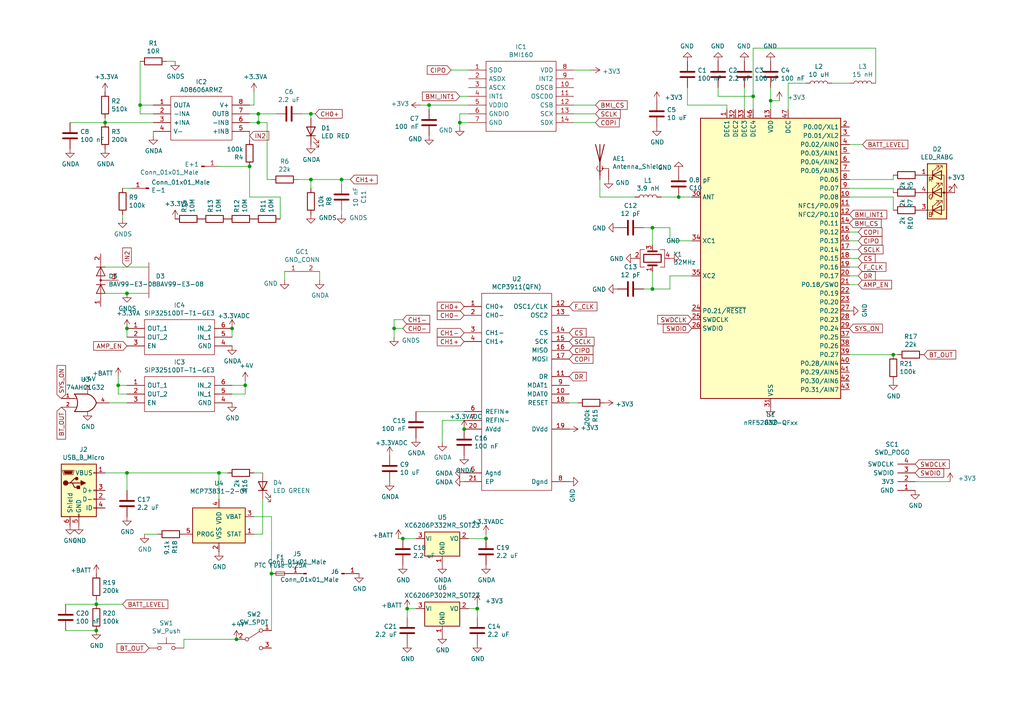
<source format=kicad_sch>
(kicad_sch (version 20211123) (generator eeschema)
  (paper "A4")
  (junction (at 72.39 48.26))
  (junction (at 74.93 35.56))
  (junction (at 90.17 33.02))
  (junction (at 27.94 175.26))
  (junction (at 90.17 52.07))
  (junction (at 138.43 176.53))
  (junction (at 63.5 137.16))
  (junction (at 114.3 95.25))
  (junction (at 36.83 85.09))
  (junction (at 40.64 30.48))
  (junction (at 118.11 176.53))
  (junction (at 27.94 182.88))
  (junction (at 223.52 29.21))
  (junction (at 124.46 30.48))
  (junction (at 67.31 95.25))
  (junction (at 74.93 33.02))
  (junction (at 134.62 124.46))
  (junction (at 30.48 35.56))
  (junction (at 36.83 95.25))
  (junction (at 189.23 83.82))
  (junction (at 259.08 102.87))
  (junction (at 189.23 66.04))
  (junction (at 116.84 156.21))
  (junction (at 218.44 27.94))
  (junction (at 71.12 111.76))
  (junction (at 99.06 52.07))
  (junction (at 78.74 166.37))
  (junction (at 140.97 156.21))
  (junction (at 34.29 111.76))
  (junction (at 68.58 185.42))
  (junction (at 196.85 57.15))
  (junction (at 36.83 137.16))
  (junction (at 133.35 35.56))
  (wire (pts (xy 38.1 54.61) (xy 35.56 54.61)))
  (wire (pts (xy 223.52 25.4) (xy 223.52 29.21)))
  (wire (pts (xy 40.64 30.48) (xy 44.45 30.48)))
  (wire (pts (xy 90.17 34.29) (xy 90.17 33.02)))
  (wire (pts (xy 135.89 176.53) (xy 138.43 176.53)))
  (wire (pts (xy 124.46 30.48) (xy 135.89 30.48)))
  (wire (pts (xy 29.21 85.09) (xy 36.83 85.09)))
  (wire (pts (xy 76.2 154.94) (xy 73.66 154.94)))
  (wire (pts (xy 259.08 54.61) (xy 259.08 55.88)))
  (wire (pts (xy 76.2 144.78) (xy 76.2 154.94)))
  (wire (pts (xy 78.74 149.86) (xy 78.74 166.37)))
  (wire (pts (xy 36.83 85.09) (xy 43.18 85.09)))
  (wire (pts (xy 138.43 176.53) (xy 138.43 175.26)))
  (wire (pts (xy 121.92 30.48) (xy 124.46 30.48)))
  (wire (pts (xy 196.85 57.15) (xy 200.66 57.15)))
  (wire (pts (xy 130.81 20.32) (xy 135.89 20.32)))
  (wire (pts (xy 82.55 78.74) (xy 82.55 81.28)))
  (wire (pts (xy 72.39 40.64) (xy 72.39 38.1)))
  (wire (pts (xy 199.39 25.4) (xy 199.39 30.48)))
  (wire (pts (xy 63.5 48.26) (xy 72.39 48.26)))
  (wire (pts (xy 67.31 114.3) (xy 71.12 114.3)))
  (wire (pts (xy 36.83 97.79) (xy 36.83 95.25)))
  (wire (pts (xy 48.26 17.78) (xy 50.8 17.78)))
  (wire (pts (xy 246.38 74.93) (xy 248.92 74.93)))
  (wire (pts (xy 30.48 35.56) (xy 44.45 35.56)))
  (wire (pts (xy 246.38 57.15) (xy 259.08 57.15)))
  (wire (pts (xy 34.29 114.3) (xy 34.29 111.76)))
  (wire (pts (xy 74.93 33.02) (xy 80.01 33.02)))
  (wire (pts (xy 20.32 35.56) (xy 30.48 35.56)))
  (wire (pts (xy 259.08 102.87) (xy 260.35 102.87)))
  (wire (pts (xy 114.3 95.25) (xy 114.3 92.71)))
  (wire (pts (xy 134.62 119.38) (xy 120.65 119.38)))
  (wire (pts (xy 120.65 156.21) (xy 116.84 156.21)))
  (wire (pts (xy 172.72 33.02) (xy 166.37 33.02)))
  (wire (pts (xy 226.06 29.21) (xy 223.52 29.21)))
  (wire (pts (xy 30.48 137.16) (xy 36.83 137.16)))
  (wire (pts (xy 246.38 54.61) (xy 259.08 54.61)))
  (wire (pts (xy 259.08 57.15) (xy 259.08 60.96)))
  (wire (pts (xy 72.39 35.56) (xy 74.93 35.56)))
  (wire (pts (xy 99.06 60.96) (xy 99.06 62.23)))
  (wire (pts (xy 124.46 31.75) (xy 124.46 30.48)))
  (wire (pts (xy 90.17 54.61) (xy 90.17 52.07)))
  (wire (pts (xy 29.21 77.47) (xy 43.18 77.47)))
  (wire (pts (xy 81.28 63.5) (xy 81.28 57.15)))
  (wire (pts (xy 246.38 77.47) (xy 248.92 77.47)))
  (wire (pts (xy 53.34 185.42) (xy 53.34 187.96)))
  (wire (pts (xy 40.64 33.02) (xy 40.64 30.48)))
  (wire (pts (xy 133.35 33.02) (xy 135.89 33.02)))
  (wire (pts (xy 31.75 116.84) (xy 36.83 116.84)))
  (wire (pts (xy 186.69 83.82) (xy 189.23 83.82)))
  (wire (pts (xy 134.62 121.92) (xy 128.27 121.92)))
  (wire (pts (xy 208.28 27.94) (xy 208.28 25.4)))
  (wire (pts (xy 72.39 57.15) (xy 72.39 48.26)))
  (wire (pts (xy 68.58 185.42) (xy 53.34 185.42)))
  (wire (pts (xy 246.38 102.87) (xy 259.08 102.87)))
  (wire (pts (xy 73.66 149.86) (xy 78.74 149.86)))
  (wire (pts (xy 189.23 66.04) (xy 189.23 71.12)))
  (wire (pts (xy 186.69 66.04) (xy 189.23 66.04)))
  (wire (pts (xy 194.31 69.85) (xy 200.66 69.85)))
  (wire (pts (xy 140.97 156.21) (xy 140.97 154.94)))
  (wire (pts (xy 210.82 30.48) (xy 210.82 31.75)))
  (wire (pts (xy 67.31 111.76) (xy 71.12 111.76)))
  (wire (pts (xy 19.05 182.88) (xy 27.94 182.88)))
  (wire (pts (xy 63.5 137.16) (xy 66.04 137.16)))
  (wire (pts (xy 135.89 35.56) (xy 133.35 35.56)))
  (wire (pts (xy 30.48 34.29) (xy 30.48 35.56)))
  (wire (pts (xy 135.89 27.94) (xy 133.35 27.94)))
  (wire (pts (xy 246.38 67.31) (xy 248.92 67.31)))
  (wire (pts (xy 228.6 24.13) (xy 233.68 24.13)))
  (wire (pts (xy 246.38 41.91) (xy 250.19 41.91)))
  (wire (pts (xy 90.17 33.02) (xy 91.44 33.02)))
  (wire (pts (xy 246.38 52.07) (xy 259.08 52.07)))
  (wire (pts (xy 218.44 13.97) (xy 254 13.97)))
  (wire (pts (xy 27.94 173.99) (xy 27.94 175.26)))
  (wire (pts (xy 189.23 83.82) (xy 194.31 83.82)))
  (wire (pts (xy 99.06 52.07) (xy 90.17 52.07)))
  (wire (pts (xy 173.99 57.15) (xy 173.99 52.07)))
  (wire (pts (xy 77.47 35.56) (xy 77.47 52.07)))
  (wire (pts (xy 44.45 33.02) (xy 40.64 33.02)))
  (wire (pts (xy 259.08 52.07) (xy 259.08 50.8)))
  (wire (pts (xy 78.74 166.37) (xy 78.74 182.88)))
  (wire (pts (xy 34.29 111.76) (xy 34.29 109.22)))
  (wire (pts (xy 218.44 31.75) (xy 218.44 27.94)))
  (wire (pts (xy 71.12 114.3) (xy 71.12 111.76)))
  (wire (pts (xy 223.52 29.21) (xy 223.52 31.75)))
  (wire (pts (xy 114.3 95.25) (xy 114.3 97.79)))
  (wire (pts (xy 36.83 137.16) (xy 63.5 137.16)))
  (wire (pts (xy 92.71 78.74) (xy 92.71 81.28)))
  (wire (pts (xy 191.77 57.15) (xy 196.85 57.15)))
  (wire (pts (xy 19.05 175.26) (xy 27.94 175.26)))
  (wire (pts (xy 44.45 38.1) (xy 44.45 39.37)))
  (wire (pts (xy 87.63 33.02) (xy 90.17 33.02)))
  (wire (pts (xy 128.27 121.92) (xy 128.27 128.27)))
  (wire (pts (xy 218.44 27.94) (xy 218.44 13.97)))
  (wire (pts (xy 116.84 156.21) (xy 115.57 156.21)))
  (wire (pts (xy 194.31 80.01) (xy 194.31 83.82)))
  (wire (pts (xy 173.99 57.15) (xy 184.15 57.15)))
  (wire (pts (xy 228.6 31.75) (xy 228.6 24.13)))
  (wire (pts (xy 27.94 175.26) (xy 35.56 175.26)))
  (wire (pts (xy 99.06 53.34) (xy 99.06 52.07)))
  (wire (pts (xy 40.64 17.78) (xy 40.64 30.48)))
  (wire (pts (xy 246.38 72.39) (xy 248.92 72.39)))
  (wire (pts (xy 166.37 20.32) (xy 171.45 20.32)))
  (wire (pts (xy 71.12 111.76) (xy 71.12 110.49)))
  (wire (pts (xy 86.36 52.07) (xy 90.17 52.07)))
  (wire (pts (xy 135.89 156.21) (xy 140.97 156.21)))
  (wire (pts (xy 81.28 57.15) (xy 72.39 57.15)))
  (wire (pts (xy 172.72 30.48) (xy 166.37 30.48)))
  (wire (pts (xy 246.38 82.55) (xy 248.92 82.55)))
  (wire (pts (xy 246.38 80.01) (xy 248.92 80.01)))
  (wire (pts (xy 67.31 97.79) (xy 67.31 95.25)))
  (wire (pts (xy 72.39 33.02) (xy 74.93 33.02)))
  (wire (pts (xy 199.39 30.48) (xy 210.82 30.48)))
  (wire (pts (xy 72.39 30.48) (xy 73.66 30.48)))
  (wire (pts (xy 63.5 137.16) (xy 63.5 144.78)))
  (wire (pts (xy 138.43 176.53) (xy 138.43 179.07)))
  (wire (pts (xy 114.3 92.71) (xy 116.84 92.71)))
  (wire (pts (xy 275.59 139.7) (xy 265.43 139.7)))
  (wire (pts (xy 200.66 80.01) (xy 194.31 80.01)))
  (wire (pts (xy 73.66 26.67) (xy 73.66 30.48)))
  (wire (pts (xy 101.6 52.07) (xy 99.06 52.07)))
  (wire (pts (xy 36.83 114.3) (xy 34.29 114.3)))
  (wire (pts (xy 246.38 69.85) (xy 248.92 69.85)))
  (wire (pts (xy 35.56 62.23) (xy 35.56 63.5)))
  (wire (pts (xy 36.83 111.76) (xy 34.29 111.76)))
  (wire (pts (xy 241.3 24.13) (xy 246.38 24.13)))
  (wire (pts (xy 133.35 35.56) (xy 133.35 33.02)))
  (wire (pts (xy 120.65 176.53) (xy 118.11 176.53)))
  (wire (pts (xy 36.83 142.24) (xy 36.83 137.16)))
  (wire (pts (xy 118.11 176.53) (xy 118.11 179.07)))
  (wire (pts (xy 194.31 66.04) (xy 194.31 69.85)))
  (wire (pts (xy 167.64 116.84) (xy 165.1 116.84)))
  (wire (pts (xy 189.23 78.74) (xy 189.23 83.82)))
  (wire (pts (xy 74.93 35.56) (xy 74.93 33.02)))
  (wire (pts (xy 189.23 66.04) (xy 194.31 66.04)))
  (wire (pts (xy 208.28 27.94) (xy 218.44 27.94)))
  (wire (pts (xy 45.72 154.94) (xy 41.91 154.94)))
  (wire (pts (xy 116.84 95.25) (xy 114.3 95.25)))
  (wire (pts (xy 77.47 52.07) (xy 78.74 52.07)))
  (wire (pts (xy 172.72 35.56) (xy 166.37 35.56)))
  (wire (pts (xy 133.35 36.83) (xy 133.35 35.56)))
  (wire (pts (xy 73.66 137.16) (xy 76.2 137.16)))
  (wire (pts (xy 215.9 25.4) (xy 215.9 31.75)))
  (wire (pts (xy 254 13.97) (xy 254 24.13)))
  (wire (pts (xy 74.93 35.56) (xy 77.47 35.56)))
  (global_label "COPI" (shape input) (at 165.1 104.14 0) (property "Intersheet References" "${INTERSHEET_REFS}" (effects hide)))
  (global_label "F_CLK" (shape input) (at 165.1 88.9 0) (property "Intersheet References" "${INTERSHEET_REFS}" (effects hide)))
  (global_label "SYS_ON" (shape input) (at 17.78 115.57 90) (property "Intersheet References" "${INTERSHEET_REFS}" (effects hide)))
  (global_label "F_CLK" (shape input) (at 248.92 77.47 0) (property "Intersheet References" "${INTERSHEET_REFS}" (effects hide)))
  (global_label "BT_OUT" (shape input) (at 17.78 118.11 270) (property "Intersheet References" "${INTERSHEET_REFS}" (effects hide)))
  (global_label "COPI" (shape input) (at 172.72 35.56 0) (property "Intersheet References" "${INTERSHEET_REFS}" (effects hide)))
  (global_label "CH1-" (shape input) (at 134.62 96.52 180) (property "Intersheet References" "${INTERSHEET_REFS}" (effects hide)))
  (global_label "CH1+" (shape input) (at 101.6 52.07 0) (property "Intersheet References" "${INTERSHEET_REFS}" (effects hide)))
  (global_label "DR" (shape input) (at 165.1 109.22 0) (property "Intersheet References" "${INTERSHEET_REFS}" (effects hide)))
  (global_label "CH1+" (shape input) (at 134.62 99.06 180) (property "Intersheet References" "${INTERSHEET_REFS}" (effects hide)))
  (global_label "IN2" (shape input) (at 36.83 77.47 90) (property "Intersheet References" "${INTERSHEET_REFS}" (effects hide)))
  (global_label "BATT_LEVEL" (shape input) (at 35.56 175.26 0) (property "Intersheet References" "${INTERSHEET_REFS}" (effects hide)))
  (global_label "CS" (shape input) (at 165.1 96.52 0) (property "Intersheet References" "${INTERSHEET_REFS}" (effects hide)))
  (global_label "SWDIO" (shape input) (at 265.43 137.16 0) (property "Intersheet References" "${INTERSHEET_REFS}" (effects hide)))
  (global_label "SCLK" (shape input) (at 248.92 72.39 0) (property "Intersheet References" "${INTERSHEET_REFS}" (effects hide)))
  (global_label "SCLK" (shape input) (at 172.72 33.02 0) (property "Intersheet References" "${INTERSHEET_REFS}" (effects hide)))
  (global_label "CH0+" (shape input) (at 134.62 88.9 180) (property "Intersheet References" "${INTERSHEET_REFS}" (effects hide)))
  (global_label "SWDIO" (shape input) (at 200.66 95.25 180) (property "Intersheet References" "${INTERSHEET_REFS}" (effects hide)))
  (global_label "BMI_INT1" (shape input) (at 133.35 27.94 180) (property "Intersheet References" "${INTERSHEET_REFS}" (effects hide)))
  (global_label "CH0-" (shape input) (at 134.62 91.44 180) (property "Intersheet References" "${INTERSHEET_REFS}" (effects hide)))
  (global_label "BATT_LEVEL" (shape input) (at 250.19 41.91 0) (property "Intersheet References" "${INTERSHEET_REFS}" (effects hide)))
  (global_label "BMI_CS" (shape input) (at 246.38 64.77 0) (property "Intersheet References" "${INTERSHEET_REFS}" (effects hide)))
  (global_label "CIPO" (shape input) (at 248.92 69.85 0) (property "Intersheet References" "${INTERSHEET_REFS}" (effects hide)))
  (global_label "DR" (shape input) (at 248.92 80.01 0) (property "Intersheet References" "${INTERSHEET_REFS}" (effects hide)))
  (global_label "BMI_INT1" (shape input) (at 246.38 62.23 0) (property "Intersheet References" "${INTERSHEET_REFS}" (effects hide)))
  (global_label "COPI" (shape input) (at 248.92 67.31 0) (property "Intersheet References" "${INTERSHEET_REFS}" (effects hide)))
  (global_label "CIPO" (shape input) (at 165.1 101.6 0) (property "Intersheet References" "${INTERSHEET_REFS}" (effects hide)))
  (global_label "CS" (shape input) (at 248.92 74.93 0) (property "Intersheet References" "${INTERSHEET_REFS}" (effects hide)))
  (global_label "CH0-" (shape input) (at 116.84 95.25 0) (property "Intersheet References" "${INTERSHEET_REFS}" (effects hide)))
  (global_label "IN2" (shape input) (at 72.39 39.37 0) (property "Intersheet References" "${INTERSHEET_REFS}" (effects hide)))
  (global_label "SWDCLK" (shape input) (at 200.66 92.71 180) (property "Intersheet References" "${INTERSHEET_REFS}" (effects hide)))
  (global_label "BT_OUT" (shape input) (at 43.18 187.96 180) (property "Intersheet References" "${INTERSHEET_REFS}" (effects hide)))
  (global_label "SWDCLK" (shape input) (at 265.43 134.62 0) (property "Intersheet References" "${INTERSHEET_REFS}" (effects hide)))
  (global_label "CH0+" (shape input) (at 91.44 33.02 0) (property "Intersheet References" "${INTERSHEET_REFS}" (effects hide)))
  (global_label "AMP_EN" (shape input) (at 248.92 82.55 0) (property "Intersheet References" "${INTERSHEET_REFS}" (effects hide)))
  (global_label "CH1-" (shape input) (at 116.84 92.71 0) (property "Intersheet References" "${INTERSHEET_REFS}" (effects hide)))
  (global_label "SCLK" (shape input) (at 165.1 99.06 0) (property "Intersheet References" "${INTERSHEET_REFS}" (effects hide)))
  (global_label "AMP_EN" (shape input) (at 36.83 100.33 180) (property "Intersheet References" "${INTERSHEET_REFS}" (effects hide)))
  (global_label "BT_OUT" (shape input) (at 267.97 102.87 0) (property "Intersheet References" "${INTERSHEET_REFS}" (effects hide)))
  (global_label "CIPO" (shape input) (at 130.81 20.32 180) (property "Intersheet References" "${INTERSHEET_REFS}" (effects hide)))
  (global_label "SYS_ON" (shape input) (at 246.38 95.25 0) (property "Intersheet References" "${INTERSHEET_REFS}" (effects hide)))
  (global_label "BMI_CS" (shape input) (at 172.72 30.48 0) (property "Intersheet References" "${INTERSHEET_REFS}" (effects hide)))
  (symbol (lib_id "ultimate_library:nRF52832-QFxx") (at 223.52 74.93 0) (unit 1)
    (property "Reference" "U1" (at 223.52 120.2944 0))
    (property "Value" "nRF52832-QFxx" (at 223.52 122.6058 0))
    (property "Footprint" "ultimate_library:QFN-48-1EP_6x6mm_Pitch0.4mm" (effects hide))
    (property "Datasheet" "http://infocenter.nordicsemi.com/pdf/nRF52832_PS_v1.4.pdf" (effects hide))
  )
  (symbol (lib_id "ultimate_library:MCP1703A-3302_SOT23-Regulator_Linear") (at 128.27 176.53 0) (unit 1)
    (property "Reference" "U6" (at 128.27 170.3832 0))
    (property "Value" "XC6206P302MR_SOT23" (at 128.27 172.6946 0))
    (property "Footprint" "Package_TO_SOT_SMD:SOT-23" (effects hide))
    (property "Datasheet" "http://ww1.microchip.com/downloads/en/DeviceDoc/20005122B.pdf" (effects hide))
  )
  (symbol (lib_id "Device:C") (at 208.28 21.59 180) (unit 1)
    (property "Reference" "C2" (at 211.201 20.4216 0) (effects (justify right)))
    (property "Value" "2.2 uF" (at 211.201 22.733 0) (effects (justify right)))
    (property "Footprint" "Capacitor_SMD:C_0402_1005Metric" (effects hide))
  )
  (symbol (lib_id "Device:C") (at 215.9 21.59 180) (unit 1)
    (property "Reference" "C3" (at 218.821 20.4216 0) (effects (justify right)))
    (property "Value" "100 pF" (at 218.821 22.733 0) (effects (justify right)))
    (property "Footprint" "Capacitor_SMD:C_0402_1005Metric" (effects hide))
  )
  (symbol (lib_id "Device:C") (at 223.52 21.59 180) (unit 1)
    (property "Reference" "C4" (at 226.441 20.4216 0) (effects (justify right)))
    (property "Value" "100 nF" (at 226.441 22.733 0) (effects (justify right)))
    (property "Footprint" "Capacitor_SMD:C_0402_1005Metric" (effects hide))
  )
  (symbol (lib_id "Device:C") (at 199.39 21.59 180) (unit 1)
    (property "Reference" "C1" (at 202.311 20.4216 0) (effects (justify right)))
    (property "Value" "100 nF" (at 202.311 22.733 0) (effects (justify right)))
    (property "Footprint" "Capacitor_SMD:C_0402_1005Metric" (effects hide))
  )
  (symbol (lib_id "power:+3.3V") (at 138.43 175.26 0) (unit 1)
    (property "Reference" "#PWR061" (effects hide))
    (property "Value" "+3.3V" (at 140.6652 174.3202 0) (effects (justify left)))
  )
  (symbol (lib_id "Device:C") (at 118.11 182.88 180) (unit 1)
    (property "Reference" "C21" (at 115.2144 181.7116 0) (effects (justify left)))
    (property "Value" "2.2 uF" (at 115.2144 184.023 0) (effects (justify left)))
    (property "Footprint" "Capacitor_SMD:C_0402_1005Metric" (effects hide))
  )
  (symbol (lib_id "Device:C") (at 138.43 182.88 180) (unit 1)
    (property "Reference" "C14" (at 141.351 181.7116 0) (effects (justify right)))
    (property "Value" "2.2 uF" (at 141.351 184.023 0) (effects (justify right)))
    (property "Footprint" "Capacitor_SMD:C_0402_1005Metric" (effects hide))
  )
  (symbol (lib_id "Device:C") (at 182.88 66.04 90) (unit 1)
    (property "Reference" "C12" (at 182.88 59.6392 90))
    (property "Value" "12 pF" (at 182.88 61.9506 90))
    (property "Footprint" "Capacitor_SMD:C_0402_1005Metric" (effects hide))
  )
  (symbol (lib_id "Device:C") (at 182.88 83.82 90) (unit 1)
    (property "Reference" "C13" (at 182.88 77.4192 90))
    (property "Value" "12 pF" (at 182.88 79.7306 90))
    (property "Footprint" "Capacitor_SMD:C_0402_1005Metric" (effects hide))
  )
  (symbol (lib_id "power:GND") (at 223.52 118.11 0) (unit 1)
    (property "Reference" "#PWR036" (effects hide))
    (property "Value" "GND" (at 223.647 122.5042 0))
  )
  (symbol (lib_id "power:GND") (at 179.07 83.82 270) (unit 1)
    (property "Reference" "#PWR028" (effects hide))
    (property "Value" "GND" (at 175.8188 83.947 90) (effects (justify right)))
  )
  (symbol (lib_id "power:GND") (at 179.07 66.04 270) (unit 1)
    (property "Reference" "#PWR024" (effects hide))
    (property "Value" "GND" (at 175.8188 66.167 90) (effects (justify right)))
  )
  (symbol (lib_id "power:GND") (at 199.39 17.78 180) (unit 1)
    (property "Reference" "#PWR02" (effects hide))
    (property "Value" "GND" (at 199.263 13.3858 0))
  )
  (symbol (lib_id "power:GND") (at 208.28 17.78 180) (unit 1)
    (property "Reference" "#PWR03" (effects hide))
    (property "Value" "GND" (at 208.153 13.3858 0))
  )
  (symbol (lib_id "power:GND") (at 215.9 17.78 180) (unit 1)
    (property "Reference" "#PWR04" (effects hide))
    (property "Value" "GND" (at 215.773 13.3858 0))
  )
  (symbol (lib_id "power:GND") (at 223.52 17.78 180) (unit 1)
    (property "Reference" "#PWR05" (effects hide))
    (property "Value" "GND" (at 223.393 13.3858 0))
  )
  (symbol (lib_id "power:GND") (at 184.15 74.93 270) (unit 1)
    (property "Reference" "#PWR026" (effects hide))
    (property "Value" "GND" (at 180.8988 75.057 90) (effects (justify right)))
  )
  (symbol (lib_id "power:GND") (at 194.31 74.93 90) (unit 1)
    (property "Reference" "#PWR027" (effects hide))
    (property "Value" "GND" (at 195.2498 69.85 90))
  )
  (symbol (lib_id "Device:Crystal_GND24") (at 189.23 74.93 90) (unit 1)
    (property "Reference" "Y1" (at 195.3514 73.7616 90) (effects (justify right)))
    (property "Value" "32MHz" (at 195.3514 76.073 90) (effects (justify right)))
    (property "Footprint" "Crystal:Crystal_SMD_2016-4Pin_2.0x1.6mm" (effects hide))
  )
  (symbol (lib_id "Device:C") (at 196.85 53.34 0) (mirror x) (unit 1)
    (property "Reference" "C10" (at 199.771 54.5084 0) (effects (justify left)))
    (property "Value" "0.8 pF" (at 199.771 52.197 0) (effects (justify left)))
    (property "Footprint" "Capacitor_SMD:C_0402_1005Metric" (effects hide))
  )
  (symbol (lib_id "Device:L") (at 187.96 57.15 90) (unit 1)
    (property "Reference" "L1" (at 187.96 52.324 90))
    (property "Value" "3.9 nH" (at 187.96 54.6354 90))
    (property "Footprint" "Inductor_SMD:L_0402_1005Metric" (effects hide))
  )
  (symbol (lib_id "power:GND") (at 196.85 49.53 0) (mirror x) (unit 1)
    (property "Reference" "#PWR019" (effects hide))
    (property "Value" "GND" (at 194.8688 48.5902 0) (effects (justify right)))
  )
  (symbol (lib_id "power:GND") (at 118.11 186.69 0) (unit 1)
    (property "Reference" "#PWR066" (effects hide))
    (property "Value" "GND" (at 118.237 191.0842 0))
  )
  (symbol (lib_id "power:GND") (at 138.43 186.69 0) (unit 1)
    (property "Reference" "#PWR067" (effects hide))
    (property "Value" "GND" (at 138.557 191.0842 0))
  )
  (symbol (lib_id "power:+BATT") (at 118.11 176.53 0) (unit 1)
    (property "Reference" "#PWR062" (effects hide))
    (property "Value" "+BATT" (at 116.6622 175.5902 0) (effects (justify right)))
  )
  (symbol (lib_id "power:GND") (at 128.27 184.15 0) (unit 1)
    (property "Reference" "#PWR064" (effects hide))
    (property "Value" "GND" (at 128.397 188.5442 0))
  )
  (symbol (lib_id "Device:R") (at 262.89 50.8 270) (unit 1)
    (property "Reference" "R5" (at 264.0584 52.578 0) (effects (justify left)))
    (property "Value" "2k" (at 261.747 52.578 0) (effects (justify left)))
    (property "Footprint" "Resistor_SMD:R_0402_1005Metric" (effects hide))
  )
  (symbol (lib_id "power:GND") (at 165.1 139.7 90) (unit 1)
    (property "Reference" "#PWR046" (effects hide))
    (property "Value" "GND" (at 166.0398 141.6812 0) (effects (justify right)))
  )
  (symbol (lib_id "power:GNDA") (at 134.62 137.16 270) (unit 1)
    (property "Reference" "#PWR044" (effects hide))
    (property "Value" "GNDA" (at 131.3942 137.287 90) (effects (justify right)))
  )
  (symbol (lib_id "ultimate_library:MCP1703A-3302_SOT23-Regulator_Linear") (at 128.27 156.21 0) (unit 1)
    (property "Reference" "U5" (at 128.27 150.0632 0))
    (property "Value" "XC6206P332MR_SOT23" (at 128.27 152.3746 0))
    (property "Footprint" "Package_TO_SOT_SMD:SOT-23" (effects hide))
    (property "Datasheet" "http://ww1.microchip.com/downloads/en/DeviceDoc/20005122B.pdf" (effects hide))
  )
  (symbol (lib_id "power:GNDA") (at 128.27 163.83 0) (unit 1)
    (property "Reference" "#PWR057" (effects hide))
    (property "Value" "GNDA" (at 128.397 168.2242 0))
  )
  (symbol (lib_id "power:GNDA") (at 140.97 163.83 0) (unit 1)
    (property "Reference" "#PWR058" (effects hide))
    (property "Value" "GNDA" (at 141.097 168.2242 0))
  )
  (symbol (lib_id "Device:C") (at 140.97 160.02 180) (unit 1)
    (property "Reference" "C19" (at 143.891 158.8516 0) (effects (justify right)))
    (property "Value" "2.2 uF" (at 143.891 161.163 0) (effects (justify right)))
    (property "Footprint" "Capacitor_SMD:C_0402_1005Metric" (effects hide))
  )
  (symbol (lib_id "Device:R") (at 35.56 58.42 180) (unit 1)
    (property "Reference" "R9" (at 37.338 57.2516 0) (effects (justify right)))
    (property "Value" "100k" (at 37.338 59.563 0) (effects (justify right)))
    (property "Footprint" "Resistor_SMD:R_0402_1005Metric" (effects hide))
  )
  (symbol (lib_id "Device:C") (at 116.84 160.02 180) (unit 1)
    (property "Reference" "C18" (at 119.761 158.8516 0) (effects (justify right)))
    (property "Value" "2.2 uF" (at 119.761 161.163 0) (effects (justify right)))
    (property "Footprint" "Capacitor_SMD:C_0402_1005Metric" (effects hide))
  )
  (symbol (lib_id "power:GND") (at 116.84 163.83 0) (unit 1)
    (property "Reference" "#PWR056" (effects hide))
    (property "Value" "GND" (at 116.967 168.2242 0))
  )
  (symbol (lib_id "Device:C") (at 120.65 123.19 180) (unit 1)
    (property "Reference" "C15" (at 117.729 122.0216 0) (effects (justify left)))
    (property "Value" "100 nF" (at 117.729 124.333 0) (effects (justify left)))
    (property "Footprint" "Capacitor_SMD:C_0402_1005Metric" (effects hide))
  )
  (symbol (lib_id "power:GNDA") (at 120.65 127 0) (unit 1)
    (property "Reference" "#PWR040" (effects hide))
    (property "Value" "GNDA" (at 120.777 131.3942 0))
  )
  (symbol (lib_id "power:GNDS") (at 50.8 17.78 0) (unit 1)
    (property "Reference" "#PWR01" (effects hide))
    (property "Value" "GNDS" (at 50.927 22.1742 0))
  )
  (symbol (lib_id "Device:R") (at 44.45 17.78 270) (unit 1)
    (property "Reference" "R1" (at 44.45 12.5222 90))
    (property "Value" "10R" (at 44.45 14.8336 90))
    (property "Footprint" "Resistor_SMD:R_0402_1005Metric" (effects hide))
  )
  (symbol (lib_id "Device:R") (at 30.48 30.48 180) (unit 1)
    (property "Reference" "R2" (at 32.258 29.3116 0) (effects (justify right)))
    (property "Value" "510k" (at 32.258 31.623 0) (effects (justify right)))
    (property "Footprint" "Resistor_SMD:R_0402_1005Metric" (effects hide))
  )
  (symbol (lib_id "Switch:SW_SPDT") (at 73.66 185.42 0) (unit 1)
    (property "Reference" "SW2" (at 73.66 178.181 0))
    (property "Value" "SW_SPDT" (at 73.66 180.4924 0))
    (property "Footprint" "Button_Switch_SMD:SW_SPDT_PCM12" (effects hide))
  )
  (symbol (lib_id "Device:R") (at 30.48 39.37 180) (unit 1)
    (property "Reference" "R3" (at 32.258 38.2016 0) (effects (justify right)))
    (property "Value" "200k" (at 32.258 40.513 0) (effects (justify right)))
    (property "Footprint" "Resistor_SMD:R_0402_1005Metric" (effects hide))
  )
  (symbol (lib_id "Device:C") (at 20.32 39.37 180) (unit 1)
    (property "Reference" "C8" (at 23.241 38.2016 0) (effects (justify right)))
    (property "Value" "100 nF" (at 23.241 40.513 0) (effects (justify right)))
    (property "Footprint" "Capacitor_SMD:C_0402_1005Metric" (effects hide))
  )
  (symbol (lib_id "power:+3.3VA") (at 30.48 26.67 0) (unit 1)
    (property "Reference" "#PWR08" (effects hide))
    (property "Value" "+3.3VA" (at 30.861 22.2758 0))
  )
  (symbol (lib_id "Device:R") (at 27.94 179.07 0) (unit 1)
    (property "Reference" "R20" (at 29.718 177.9016 0) (effects (justify left)))
    (property "Value" "100k" (at 29.718 180.213 0) (effects (justify left)))
    (property "Footprint" "Resistor_SMD:R_0402_1005Metric" (effects hide))
  )
  (symbol (lib_id "Device:R") (at 27.94 170.18 0) (unit 1)
    (property "Reference" "R19" (at 29.718 169.0116 0) (effects (justify left)))
    (property "Value" "200k" (at 29.718 171.323 0) (effects (justify left)))
    (property "Footprint" "Resistor_SMD:R_0402_1005Metric" (effects hide))
  )
  (symbol (lib_id "power:+BATT") (at 27.94 166.37 0) (unit 1)
    (property "Reference" "#PWR059" (effects hide))
    (property "Value" "+BATT" (at 26.4922 165.4302 0) (effects (justify right)))
  )
  (symbol (lib_id "Device:C") (at 83.82 33.02 90) (unit 1)
    (property "Reference" "C6" (at 83.82 26.6192 90))
    (property "Value" "2.2 uF" (at 83.82 28.9306 90))
    (property "Footprint" "Capacitor_SMD:C_0402_1005Metric" (effects hide))
  )
  (symbol (lib_id "Device:C") (at 19.05 179.07 180) (unit 1)
    (property "Reference" "C20" (at 21.971 177.9016 0) (effects (justify right)))
    (property "Value" "100 nF" (at 21.971 180.213 0) (effects (justify right)))
    (property "Footprint" "Capacitor_SMD:C_0402_1005Metric" (effects hide))
  )
  (symbol (lib_id "power:+3.3VA") (at 73.66 26.67 0) (unit 1)
    (property "Reference" "#PWR09" (effects hide))
    (property "Value" "+3.3VA" (at 74.041 22.2758 0))
  )
  (symbol (lib_id "power:GNDA") (at 44.45 39.37 0) (unit 1)
    (property "Reference" "#PWR013" (effects hide))
    (property "Value" "GNDA" (at 44.577 43.7642 0))
  )
  (symbol (lib_id "power:GNDA") (at 30.48 43.18 0) (unit 1)
    (property "Reference" "#PWR017" (effects hide))
    (property "Value" "GNDA" (at 30.607 47.5742 0))
  )
  (symbol (lib_id "power:GNDA") (at 20.32 43.18 0) (unit 1)
    (property "Reference" "#PWR016" (effects hide))
    (property "Value" "GNDA" (at 20.447 47.5742 0))
  )
  (symbol (lib_id "power:GND") (at 27.94 182.88 0) (unit 1)
    (property "Reference" "#PWR063" (effects hide))
    (property "Value" "GND" (at 28.067 187.2742 0))
  )
  (symbol (lib_id "power:GND") (at 133.35 36.83 0) (unit 1)
    (property "Reference" "#PWR012" (effects hide))
    (property "Value" "GND" (at 131.3688 37.7698 0) (effects (justify right)))
  )
  (symbol (lib_id "power:GND") (at 265.43 142.24 0) (unit 1)
    (property "Reference" "#PWR047" (effects hide))
    (property "Value" "GND" (at 265.557 146.6342 0))
  )
  (symbol (lib_id "power:+3.3V") (at 275.59 139.7 0) (unit 1)
    (property "Reference" "#PWR043" (effects hide))
    (property "Value" "+3.3V" (at 277.8252 138.7602 0) (effects (justify left)))
  )
  (symbol (lib_id "power:GNDS") (at 114.3 97.79 0) (unit 1)
    (property "Reference" "#PWR029" (effects hide))
    (property "Value" "GNDS" (at 116.5352 98.7298 0) (effects (justify left)))
  )
  (symbol (lib_id "Device:R") (at 262.89 55.88 270) (unit 1)
    (property "Reference" "R7" (at 264.0584 57.658 0) (effects (justify left)))
    (property "Value" "2k" (at 261.747 57.658 0) (effects (justify left)))
    (property "Footprint" "Resistor_SMD:R_0402_1005Metric" (effects hide))
  )
  (symbol (lib_id "Device:R") (at 262.89 60.96 270) (unit 1)
    (property "Reference" "R10" (at 264.0584 62.738 0) (effects (justify left)))
    (property "Value" "2k" (at 261.747 62.738 0) (effects (justify left)))
    (property "Footprint" "Resistor_SMD:R_0402_1005Metric" (effects hide))
  )
  (symbol (lib_id "power:+3.3V") (at 121.92 30.48 90) (unit 1)
    (property "Reference" "#PWR011" (effects hide))
    (property "Value" "+3.3V" (at 118.6688 30.099 90) (effects (justify left)))
  )
  (symbol (lib_id "power:+3.3V") (at 276.86 55.88 0) (unit 1)
    (property "Reference" "#PWR020" (effects hide))
    (property "Value" "+3.3V" (at 277.241 51.4858 0))
  )
  (symbol (lib_id "power:GNDS") (at 35.56 63.5 0) (unit 1)
    (property "Reference" "#PWR023" (effects hide))
    (property "Value" "GNDS" (at 35.687 67.8942 0))
  )
  (symbol (lib_id "Device:R") (at 171.45 116.84 90) (unit 1)
    (property "Reference" "R15" (at 172.6184 118.618 0) (effects (justify right)))
    (property "Value" "200k" (at 170.307 118.618 0) (effects (justify right)))
    (property "Footprint" "Resistor_SMD:R_0402_1005Metric" (effects hide))
  )
  (symbol (lib_id "power:+3.3V") (at 175.26 116.84 270) (unit 1)
    (property "Reference" "#PWR034" (effects hide))
    (property "Value" "+3.3V" (at 178.5112 117.221 90) (effects (justify left)))
  )
  (symbol (lib_id "Connector:Conn_01x01_Male") (at 88.9 166.37 180) (unit 1)
    (property "Reference" "J5" (at 86.1822 160.655 0))
    (property "Value" "Conn_01x01_Male" (at 86.1822 162.9664 0))
    (property "Footprint" "Pin_Headers:Pin_Header_Straight_1x01_Pitch2.54mm" (effects hide))
  )
  (symbol (lib_id "Switch:SW_Push") (at 48.26 187.96 0) (unit 1)
    (property "Reference" "SW1" (at 48.26 180.721 0))
    (property "Value" "SW_Push" (at 48.26 183.0324 0))
    (property "Footprint" "ultimate_library:BTN_HY_1185" (effects hide))
  )
  (symbol (lib_id "Connector:Conn_01x01_Male") (at 58.42 48.26 0) (unit 1)
    (property "Reference" "E+1" (at 57.7088 47.6758 0) (effects (justify right)))
    (property "Value" "Conn_01x01_Male" (at 57.7088 49.9872 0) (effects (justify right)))
    (property "Footprint" "Connector_PinHeader_2.54mm:PinHeader_1x01_P2.54mm_Vertical" (effects hide))
  )
  (symbol (lib_id "Connector:Conn_01x01_Male") (at 43.18 54.61 180) (unit 1)
    (property "Reference" "E-1" (at 43.8912 55.1942 0) (effects (justify right)))
    (property "Value" "Conn_01x01_Male" (at 43.8912 52.8828 0) (effects (justify right)))
    (property "Footprint" "Connector_PinHeader_2.54mm:PinHeader_1x01_P2.54mm_Vertical" (effects hide))
  )
  (symbol (lib_id "power:+3.3V") (at 226.06 29.21 0) (unit 1)
    (property "Reference" "#PWR010" (effects hide))
    (property "Value" "+3.3V" (at 228.2952 28.2702 0) (effects (justify left)))
  )
  (symbol (lib_id "power:+BATT") (at 34.29 109.22 0) (unit 1)
    (property "Reference" "#PWR065" (effects hide))
    (property "Value" "+BATT" (at 32.8422 108.2802 0) (effects (justify right)))
  )
  (symbol (lib_id "Connector:USB_B_Micro") (at 22.86 142.24 0) (unit 1)
    (property "Reference" "J2" (at 24.257 130.3782 0))
    (property "Value" "USB_B_Micro" (at 24.257 132.6896 0))
    (property "Footprint" "ultimate_library:conn_usb_B_micro_smd_our" (effects hide))
  )
  (symbol (lib_id "power:GND") (at 22.86 152.4 0) (unit 1)
    (property "Reference" "#PWR050" (effects hide))
    (property "Value" "GND" (at 22.987 156.7942 0))
  )
  (symbol (lib_id "power:GND") (at 20.32 152.4 0) (unit 1)
    (property "Reference" "#PWR049" (effects hide))
    (property "Value" "GND" (at 20.447 156.7942 0))
  )
  (symbol (lib_id "power:GND") (at 41.91 154.94 0) (unit 1)
    (property "Reference" "#PWR051" (effects hide))
    (property "Value" "GND" (at 42.037 159.3342 0))
  )
  (symbol (lib_id "power:GND") (at 63.5 160.02 0) (unit 1)
    (property "Reference" "#PWR055" (effects hide))
    (property "Value" "GND" (at 63.627 164.4142 0))
  )
  (symbol (lib_id "Connector:Conn_01x01_Male") (at 99.06 166.37 0) (unit 1)
    (property "Reference" "J6" (at 98.3488 165.7858 0) (effects (justify right)))
    (property "Value" "Conn_01x01_Male" (at 98.3488 168.0972 0) (effects (justify right)))
    (property "Footprint" "Connector_PinHeader_2.54mm:PinHeader_1x01_P2.54mm_Vertical" (effects hide))
  )
  (symbol (lib_id "power:GND") (at 104.14 166.37 0) (unit 1)
    (property "Reference" "#PWR060" (effects hide))
    (property "Value" "GND" (at 104.267 170.7642 0))
  )
  (symbol (lib_id "ultimate_library:SIP32509DT-T1-GE3-SIP32509DT-T1-GE3") (at 36.83 111.76 0) (unit 1)
    (property "Reference" "IC3" (at 52.07 105.029 0))
    (property "Value" "SIP32510DT-T1-GE3" (at 52.07 107.3404 0))
    (property "Footprint" "Package_TO_SOT_SMD:TSOT-23-6" (effects hide))
    (property "Datasheet" "http://www.mouser.com/datasheet/2/427/sip32508-469358.pdf" (effects hide))
    (property "Description" "Power Switch ICs - Power Distribution 1.1V to 5.5V Slew Rt 3A Cntrld Load Swtch" (effects hide))
    (property "Height" "1.1" (effects hide))
    (property "Manufacturer_Name" "Vishay" (effects hide))
    (property "Manufacturer_Part_Number" "SIP32509DT-T1-GE3" (effects hide))
  )
  (symbol (lib_id "power:GND") (at 67.31 116.84 0) (unit 1)
    (property "Reference" "#PWR037" (effects hide))
    (property "Value" "GND" (at 67.437 121.2342 0))
  )
  (symbol (lib_id "Device:LED") (at 90.17 38.1 90) (unit 1)
    (property "Reference" "D1" (at 93.1418 37.1348 90) (effects (justify right)))
    (property "Value" "LED RED" (at 93.1418 39.4462 90) (effects (justify right)))
    (property "Footprint" "LED_SMD:LED_0603_1608Metric" (effects hide))
  )
  (symbol (lib_id "power:GNDA") (at 90.17 41.91 0) (unit 1)
    (property "Reference" "#PWR015" (effects hide))
    (property "Value" "GNDA" (at 90.297 46.3042 0))
  )
  (symbol (lib_id "power:+3.3V") (at 171.45 20.32 270) (unit 1)
    (property "Reference" "#PWR07" (effects hide))
    (property "Value" "+3.3V" (at 174.7012 20.701 90) (effects (justify left)))
  )
  (symbol (lib_id "Device:C") (at 124.46 35.56 180) (unit 1)
    (property "Reference" "C7" (at 121.539 34.3916 0) (effects (justify left)))
    (property "Value" "100 nF" (at 121.539 36.703 0) (effects (justify left)))
    (property "Footprint" "Capacitor_SMD:C_0402_1005Metric" (effects hide))
  )
  (symbol (lib_id "power:GND") (at 124.46 39.37 0) (unit 1)
    (property "Reference" "#PWR014" (effects hide))
    (property "Value" "GND" (at 122.4788 40.3098 0) (effects (justify right)))
  )
  (symbol (lib_id "Device:C") (at 36.83 146.05 180) (unit 1)
    (property "Reference" "C17" (at 39.751 144.8816 0) (effects (justify right)))
    (property "Value" "2.2 uF" (at 39.751 147.193 0) (effects (justify right)))
    (property "Footprint" "Capacitor_SMD:C_0402_1005Metric" (effects hide))
  )
  (symbol (lib_id "power:GND") (at 36.83 149.86 0) (unit 1)
    (property "Reference" "#PWR048" (effects hide))
    (property "Value" "GND" (at 36.957 154.2542 0))
  )
  (symbol (lib_id "Device:R") (at 54.61 63.5 270) (unit 1)
    (property "Reference" "R14" (at 53.4416 61.722 0) (effects (justify right)))
    (property "Value" "10М" (at 55.753 61.722 0) (effects (justify right)))
    (property "Footprint" "Resistor_SMD:R_0402_1005Metric" (effects hide))
  )
  (symbol (lib_id "ultimate_library:MCP3911(QFN)") (at 148.59 115.57 0) (unit 1)
    (property "Reference" "U2" (at 149.86 80.899 0))
    (property "Value" "MCP3911(QFN)" (at 149.86 83.2104 0))
    (property "Footprint" "Package_DFN_QFN:QFN-20-1EP_4x4mm_P0.5mm_EP2.5x2.5mm" (effects hide))
  )
  (symbol (lib_id "power:GNDA") (at 134.62 139.7 270) (unit 1)
    (property "Reference" "#PWR045" (effects hide))
    (property "Value" "GNDA" (at 131.3942 139.827 90) (effects (justify right)))
  )
  (symbol (lib_id "Device:C") (at 134.62 128.27 180) (unit 1)
    (property "Reference" "C16" (at 137.541 127.1016 0) (effects (justify right)))
    (property "Value" "100 nF" (at 137.541 129.413 0) (effects (justify right)))
    (property "Footprint" "Capacitor_SMD:C_0402_1005Metric" (effects hide))
  )
  (symbol (lib_id "power:GNDA") (at 134.62 132.08 0) (unit 1)
    (property "Reference" "#PWR042" (effects hide))
    (property "Value" "GNDA" (at 134.747 136.4742 0))
  )
  (symbol (lib_id "power:+3.3V") (at 165.1 124.46 270) (mirror x) (unit 1)
    (property "Reference" "#PWR039" (effects hide))
    (property "Value" "+3.3V" (at 168.3512 124.079 90) (effects (justify left)))
  )
  (symbol (lib_id "power:GNDA") (at 128.27 128.27 0) (unit 1)
    (property "Reference" "#PWR041" (effects hide))
    (property "Value" "GNDA" (at 128.397 132.6642 0))
  )
  (symbol (lib_id "power:GNDS") (at 90.17 62.23 0) (unit 1)
    (property "Reference" "#PWR021" (effects hide))
    (property "Value" "GNDS" (at 92.4052 63.1698 0) (effects (justify left)))
  )
  (symbol (lib_id "power:GNDS") (at 99.06 62.23 0) (unit 1)
    (property "Reference" "#PWR022" (effects hide))
    (property "Value" "GNDS" (at 101.2952 63.1698 0) (effects (justify left)))
  )
  (symbol (lib_id "ultimate_library:AD8606ARZ") (at 44.45 30.48 0) (unit 1)
    (property "Reference" "IC2" (at 58.42 23.749 0))
    (property "Value" "AD8606ARMZ" (at 58.42 26.0604 0))
    (property "Footprint" "Package_SO:MSOP-8_3x3mm_P0.65mm" (effects hide))
    (property "Datasheet" "http://www.analog.com/static/imported-files/data_sheets/AD8605_8606_8608.pdf" (effects hide))
    (property "Description" "AD8606ARZ, Dual Operational Amplifier 10MHz CMOS, R-R, 3, 5V, 8-Pin SOIC" (effects hide))
    (property "Height" "1.75" (effects hide))
    (property "Manufacturer_Name" "Analog Devices" (effects hide))
    (property "Manufacturer_Part_Number" "AD8606ARZ" (effects hide))
    (property "Mouser Part Number" "584-AD8606ARZ" (effects hide))
    (property "Mouser Price/Stock" "https://www.mouser.com/Search/Refine.aspx?Keyword=584-AD8606ARZ" (effects hide))
    (property "RS Part Number" "9127589" (effects hide))
    (property "RS Price/Stock" "http://uk.rs-online.com/web/p/products/9127589" (effects hide))
  )
  (symbol (lib_id "ultimate_library:BMI160") (at 135.89 20.32 0) (unit 1)
    (property "Reference" "IC1" (at 151.13 13.589 0))
    (property "Value" "BMI160" (at 151.13 15.9004 0))
    (property "Footprint" "ultimate_library:PQFN50P300X250X88-14N" (effects hide))
    (property "Datasheet" "https://ae-bst.resource.bosch.com/media/products/dokumente/bmi160/BST-BMI160-DS000-07.pdf" (effects hide))
    (property "Description" "IMUs - Inertial Measurement Units 6-Axis 950uA" (effects hide))
    (property "Height" "0.88" (effects hide))
    (property "Manufacturer_Name" "Bosch Sensortec" (effects hide))
    (property "Manufacturer_Part_Number" "BMI160" (effects hide))
    (property "Mouser Part Number" "262-BMI160" (effects hide))
    (property "Mouser Price/Stock" "https://www.mouser.com/Search/Refine.aspx?Keyword=262-BMI160" (effects hide))
  )
  (symbol (lib_id "power:+3.3VA") (at 50.8 63.5 0) (unit 1)
    (property "Reference" "#PWR025" (effects hide))
    (property "Value" "+3.3VA" (at 51.181 59.1058 0))
  )
  (symbol (lib_id "Device:R") (at 82.55 52.07 270) (unit 1)
    (property "Reference" "R6" (at 82.55 46.8122 90))
    (property "Value" "22k" (at 82.55 49.1236 90))
    (property "Footprint" "Resistor_SMD:R_0402_1005Metric" (effects hide))
  )
  (symbol (lib_id "Device:C") (at 99.06 57.15 0) (unit 1)
    (property "Reference" "C11" (at 105.4608 57.15 90))
    (property "Value" "10 nF" (at 103.1494 57.15 90))
    (property "Footprint" "Capacitor_SMD:C_0402_1005Metric" (effects hide))
  )
  (symbol (lib_id "Device:R") (at 90.17 58.42 180) (unit 1)
    (property "Reference" "R8" (at 95.4278 58.42 90))
    (property "Value" "10k" (at 93.1164 58.42 90))
    (property "Footprint" "Resistor_SMD:R_0402_1005Metric" (effects hide))
  )
  (symbol (lib_id "Device:R") (at 62.23 63.5 270) (unit 1)
    (property "Reference" "R13" (at 61.0616 61.722 0) (effects (justify right)))
    (property "Value" "10М" (at 63.373 61.722 0) (effects (justify right)))
    (property "Footprint" "Resistor_SMD:R_0402_1005Metric" (effects hide))
  )
  (symbol (lib_id "Device:R") (at 69.85 63.5 270) (unit 1)
    (property "Reference" "R12" (at 68.6816 61.722 0) (effects (justify right)))
    (property "Value" "10М" (at 70.993 61.722 0) (effects (justify right)))
    (property "Footprint" "Resistor_SMD:R_0402_1005Metric" (effects hide))
  )
  (symbol (lib_id "Device:R") (at 77.47 63.5 270) (unit 1)
    (property "Reference" "R11" (at 76.3016 61.722 0) (effects (justify right)))
    (property "Value" "10М" (at 78.613 61.722 0) (effects (justify right)))
    (property "Footprint" "Resistor_SMD:R_0402_1005Metric" (effects hide))
  )
  (symbol (lib_id "Device:R") (at 72.39 44.45 0) (unit 1)
    (property "Reference" "R4" (at 70.612 45.6184 0) (effects (justify right)))
    (property "Value" "100k" (at 70.612 43.307 0) (effects (justify right)))
    (property "Footprint" "Resistor_SMD:R_0402_1005Metric" (effects hide))
  )
  (symbol (lib_id "Battery_Management:MCP73831-2-OT") (at 63.5 152.4 0) (unit 1)
    (property "Reference" "U4" (at 63.5 140.1826 0))
    (property "Value" "MCP73831-2-OT" (at 63.5 142.494 0))
    (property "Footprint" "Package_TO_SOT_SMD:SOT-23-5" (effects hide))
    (property "Datasheet" "http://ww1.microchip.com/downloads/en/DeviceDoc/20001984g.pdf" (effects hide))
  )
  (symbol (lib_id "Device:R") (at 49.53 154.94 270) (unit 1)
    (property "Reference" "R18" (at 50.6984 156.718 0) (effects (justify left)))
    (property "Value" "9.1k" (at 48.387 156.718 0) (effects (justify left)))
    (property "Footprint" "Resistor_SMD:R_0402_1005Metric" (effects hide))
  )
  (symbol (lib_id "Device:LED") (at 76.2 140.97 90) (unit 1)
    (property "Reference" "D4" (at 79.1718 140.0048 90) (effects (justify right)))
    (property "Value" "LED GREEN" (at 79.1718 142.3162 90) (effects (justify right)))
    (property "Footprint" "LED_SMD:LED_0603_1608Metric" (effects hide))
  )
  (symbol (lib_id "Device:R") (at 69.85 137.16 270) (unit 1)
    (property "Reference" "R16" (at 71.0184 138.938 0) (effects (justify left)))
    (property "Value" "2k" (at 68.707 138.938 0) (effects (justify left)))
    (property "Footprint" "Resistor_SMD:R_0402_1005Metric" (effects hide))
  )
  (symbol (lib_id "Diode:BAV99") (at 43.18 81.28 270) (unit 2)
    (property "Reference" "D3" (at 45.1612 80.1116 90) (effects (justify left)))
    (property "Value" "BAV99-E3-08" (at 45.1612 82.423 90) (effects (justify left)))
    (property "Footprint" "Package_TO_SOT_SMD:SOT-23" (effects hide))
    (property "Datasheet" "www.nxp.com/documents/data_sheet/BAV99_SER.pdf" (effects hide))
  )
  (symbol (lib_id "Diode:BAV99") (at 29.21 81.28 90) (unit 1)
    (property "Reference" "D3" (at 31.4452 80.1116 90) (effects (justify right)))
    (property "Value" "BAV99-E3-08" (at 31.4452 82.423 90) (effects (justify right)))
    (property "Footprint" "Package_TO_SOT_SMD:SOT-23" (effects hide))
    (property "Datasheet" "www.nxp.com/documents/data_sheet/BAV99_SER.pdf" (effects hide))
  )
  (symbol (lib_id "power:GNDS") (at 36.83 85.09 0) (unit 1)
    (property "Reference" "#PWR030" (effects hide))
    (property "Value" "GNDS" (at 36.957 89.4842 0))
  )
  (symbol (lib_id "ultimate_library:GND_CONN") (at 87.63 76.2 0) (unit 1)
    (property "Reference" "GC1" (at 87.63 73.025 0))
    (property "Value" "GND_CONN" (at 87.63 75.3364 0))
    (property "Footprint" "ultimate_library:GND_CONN" (effects hide))
  )
  (symbol (lib_id "power:GNDA") (at 92.71 81.28 0) (unit 1)
    (property "Reference" "#PWR068" (effects hide))
    (property "Value" "GNDA" (at 92.837 85.6742 0))
  )
  (symbol (lib_id "power:GND") (at 82.55 81.28 0) (unit 1)
    (property "Reference" "#PWR06" (effects hide))
    (property "Value" "GND" (at 80.5688 82.2198 0) (effects (justify right)))
  )
  (symbol (lib_id "Device:Fuse_Small") (at 81.28 166.37 0) (unit 1)
    (property "Reference" "F1" (at 81.28 161.671 0))
    (property "Value" "PTC Fuse 0.25A" (at 81.28 163.9824 0))
    (property "Footprint" "Fuse:Fuse_0603_1608Metric" (effects hide))
  )
  (symbol (lib_id "ultimate_library:SWD_POGO") (at 260.35 138.43 0) (unit 1)
    (property "Reference" "SC1" (at 258.7498 128.905 0))
    (property "Value" "SWD_POGO" (at 258.7498 131.2164 0))
    (property "Footprint" "ultimate_library:SWD_POGO" (effects hide))
  )
  (symbol (lib_id "power:+BATT") (at 115.57 156.21 0) (unit 1)
    (property "Reference" "#PWR0101" (effects hide))
    (property "Value" "+BATT" (at 114.1222 155.2702 0) (effects (justify right)))
  )
  (symbol (lib_id "power:+3.3VADC") (at 140.97 154.94 0) (unit 1)
    (property "Reference" "#PWR0102" (effects hide))
    (property "Value" "+3.3VADC" (at 141.478 151.3078 0))
  )
  (symbol (lib_id "power:+3.3VADC") (at 134.62 124.46 0) (unit 1)
    (property "Reference" "#PWR0103" (effects hide))
    (property "Value" "+3.3VADC" (at 135.128 120.8278 0))
  )
  (symbol (lib_id "Device:LED_RABG") (at 271.78 55.88 0) (unit 1)
    (property "Reference" "D2" (at 271.78 43.2562 0))
    (property "Value" "LED_RABG" (at 271.78 45.5676 0))
    (property "Footprint" "ultimate_library:LED_RGB_0603" (effects hide))
  )
  (symbol (lib_id "Device:L") (at 250.19 24.13 90) (unit 1)
    (property "Reference" "L3" (at 250.19 19.304 90))
    (property "Value" "15 nH" (at 250.19 21.6154 90))
    (property "Footprint" "Inductor_SMD:L_0402_1005Metric" (effects hide))
  )
  (symbol (lib_id "Device:L") (at 237.49 24.13 90) (unit 1)
    (property "Reference" "L2" (at 237.49 19.304 90))
    (property "Value" "10 uH" (at 237.49 21.6154 90))
    (property "Footprint" "Inductor_SMD:L_0603_1608Metric" (effects hide))
  )
  (symbol (lib_id "74xGxx:74AHC1G32") (at 25.4 116.84 0) (unit 1)
    (property "Reference" "U3" (at 24.765 110.0582 0))
    (property "Value" "74AHC1G32" (at 24.765 112.3696 0))
    (property "Footprint" "Package_TO_SOT_SMD:SOT-23-5" (effects hide))
    (property "Datasheet" "http://www.ti.com/lit/sg/scyt129e/scyt129e.pdf" (effects hide))
  )
  (symbol (lib_id "power:+4V") (at 68.58 185.42 0) (unit 1)
    (property "Reference" "#PWR054" (effects hide))
    (property "Value" "+4V" (at 68.961 181.0258 0))
  )
  (symbol (lib_id "power:+4V") (at 71.12 110.49 0) (unit 1)
    (property "Reference" "#PWR035" (effects hide))
    (property "Value" "+4V" (at 71.501 106.0958 0))
  )
  (symbol (lib_id "power:+4V") (at 25.4 114.3 0) (unit 1)
    (property "Reference" "#PWR052" (effects hide))
    (property "Value" "+4V" (at 25.781 109.9058 0))
  )
  (symbol (lib_id "power:GND") (at 25.4 119.38 0) (unit 1)
    (property "Reference" "#PWR053" (effects hide))
    (property "Value" "GND" (at 25.527 123.7742 0))
  )
  (symbol (lib_id "ultimate_library:SIP32509DT-T1-GE3-SIP32509DT-T1-GE3") (at 36.83 95.25 0) (unit 1)
    (property "Reference" "IC4" (at 52.07 88.519 0))
    (property "Value" "SIP32510DT-T1-GE3" (at 52.07 90.8304 0))
    (property "Footprint" "Package_TO_SOT_SMD:TSOT-23-6" (effects hide))
    (property "Datasheet" "http://www.mouser.com/datasheet/2/427/sip32508-469358.pdf" (effects hide))
    (property "Description" "Power Switch ICs - Power Distribution 1.1V to 5.5V Slew Rt 3A Cntrld Load Swtch" (effects hide))
    (property "Height" "1.1" (effects hide))
    (property "Manufacturer_Name" "Vishay" (effects hide))
    (property "Manufacturer_Part_Number" "SIP32509DT-T1-GE3" (effects hide))
  )
  (symbol (lib_id "power:+3.3VADC") (at 67.31 95.25 0) (unit 1)
    (property "Reference" "#PWR032" (effects hide))
    (property "Value" "+3.3VADC" (at 67.818 91.6178 0))
  )
  (symbol (lib_id "power:GNDA") (at 67.31 100.33 0) (unit 1)
    (property "Reference" "#PWR033" (effects hide))
    (property "Value" "GNDA" (at 67.437 104.7242 0))
  )
  (symbol (lib_id "power:+3.3VA") (at 36.83 95.25 0) (unit 1)
    (property "Reference" "#PWR031" (effects hide))
    (property "Value" "+3.3VA" (at 37.211 90.8558 0))
  )
  (symbol (lib_id "Device:R") (at 264.16 102.87 270) (unit 1)
    (property "Reference" "R17" (at 264.16 97.6122 90))
    (property "Value" "22k" (at 264.16 99.9236 90))
    (property "Footprint" "Resistor_SMD:R_0402_1005Metric" (effects hide))
  )
  (symbol (lib_id "power:GND") (at 259.08 110.49 0) (unit 1)
    (property "Reference" "#PWR038" (effects hide))
    (property "Value" "GND" (at 259.207 114.8842 0))
  )
  (symbol (lib_id "Device:R") (at 259.08 106.68 0) (unit 1)
    (property "Reference" "R21" (at 260.858 105.5116 0) (effects (justify left)))
    (property "Value" "100k" (at 260.858 107.823 0) (effects (justify left)))
    (property "Footprint" "Resistor_SMD:R_0402_1005Metric" (effects hide))
  )
  (symbol (lib_id "Device:Antenna_Shield") (at 173.99 46.99 0) (unit 1)
    (property "Reference" "AE1" (at 177.6476 45.9994 0) (effects (justify left)))
    (property "Value" "Antenna_Shield" (at 177.6476 48.3108 0) (effects (justify left)))
    (property "Footprint" "Connector_Coaxial:U.FL_Hirose_U.FL-R-SMT-1_Vertical" (effects hide))
  )
  (symbol (lib_id "power:GND") (at 176.53 52.07 0) (mirror y) (unit 1)
    (property "Reference" "#PWR018" (effects hide))
    (property "Value" "GND" (at 178.5112 53.0098 0) (effects (justify right)))
  )
  (symbol (lib_id "power:GND") (at 246.38 90.17 90) (unit 1)
    (property "Reference" "#PWR0104" (effects hide))
    (property "Value" "GND" (at 250.7742 90.043 0))
  )
  (symbol (lib_id "Device:C") (at 113.03 135.89 180) (unit 1)
    (property "Reference" "C9" (at 115.951 134.7216 0) (effects (justify right)))
    (property "Value" "10 uF" (at 115.951 137.033 0) (effects (justify right)))
    (property "Footprint" "Capacitor_SMD:C_0603_1608Metric" (effects hide))
  )
  (symbol (lib_id "Device:C") (at 190.5 33.02 180) (unit 1)
    (property "Reference" "C5" (at 193.421 31.8516 0) (effects (justify right)))
    (property "Value" "10 uF" (at 193.421 34.163 0) (effects (justify right)))
    (property "Footprint" "Capacitor_SMD:C_0603_1608Metric" (effects hide))
  )
  (symbol (lib_id "power:+3.3V") (at 190.5 29.21 0) (unit 1)
    (property "Reference" "#PWR069" (effects hide))
    (property "Value" "+3.3V" (at 192.7352 28.2702 0) (effects (justify left)))
  )
  (symbol (lib_id "power:GND") (at 190.5 36.83 0) (unit 1)
    (property "Reference" "#PWR070" (effects hide))
    (property "Value" "GND" (at 190.627 41.2242 0))
  )
  (symbol (lib_id "power:+3.3VADC") (at 113.03 132.08 0) (unit 1)
    (property "Reference" "#PWR071" (effects hide))
    (property "Value" "+3.3VADC" (at 113.538 128.4478 0))
  )
  (symbol (lib_id "power:GNDA") (at 113.03 139.7 0) (unit 1)
    (property "Reference" "#PWR072" (effects hide))
    (property "Value" "GNDA" (at 113.157 144.0942 0))
  )
)
</source>
